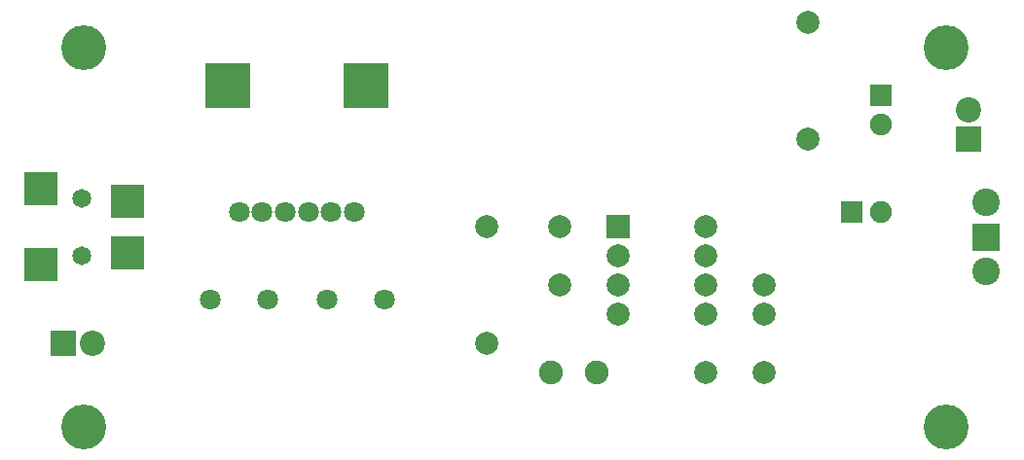
<source format=gbs>
G04 #@! TF.FileFunction,Soldermask,Bot*
%FSLAX46Y46*%
G04 Gerber Fmt 4.6, Leading zero omitted, Abs format (unit mm)*
G04 Created by KiCad (PCBNEW 4.0.6) date Mon Jul 17 13:21:17 2017*
%MOMM*%
%LPD*%
G01*
G04 APERTURE LIST*
%ADD10C,0.100000*%
%ADD11C,3.900000*%
%ADD12C,2.000000*%
%ADD13C,1.800000*%
%ADD14C,1.900000*%
%ADD15R,1.900000X1.900000*%
%ADD16R,2.200000X2.200000*%
%ADD17C,2.200000*%
%ADD18R,2.900000X2.900000*%
%ADD19C,1.650000*%
%ADD20C,2.076400*%
%ADD21R,2.400000X2.400000*%
%ADD22C,2.400000*%
%ADD23R,2.000000X2.000000*%
%ADD24R,3.900000X3.900000*%
G04 APERTURE END LIST*
D10*
D11*
X136500000Y-86000000D03*
X61500000Y-119000000D03*
X136500000Y-119000000D03*
D12*
X102870000Y-106680000D03*
X102870000Y-101600000D03*
X120650000Y-109220000D03*
X120650000Y-106680000D03*
X115570000Y-114300000D03*
X120650000Y-114300000D03*
D13*
X87630000Y-107950000D03*
X82630000Y-107950000D03*
X77470000Y-107950000D03*
X72470000Y-107950000D03*
D14*
X130810000Y-100330000D03*
D15*
X128270000Y-100330000D03*
D14*
X130810000Y-92710000D03*
D15*
X130810000Y-90170000D03*
D16*
X59690000Y-111760000D03*
D17*
X62230000Y-111760000D03*
D18*
X65285000Y-99350000D03*
X65285000Y-103850000D03*
D19*
X61285000Y-99100000D03*
X61285000Y-104100000D03*
D18*
X57785000Y-104900000D03*
X57785000Y-98300000D03*
D16*
X138430000Y-93980000D03*
D17*
X138430000Y-91440000D03*
D20*
X102141020Y-114300000D03*
X106138980Y-114300000D03*
D12*
X96520000Y-111760000D03*
X96520000Y-101600000D03*
X124460000Y-93980000D03*
X124460000Y-83820000D03*
D21*
X140000000Y-102500000D03*
D22*
X140000000Y-105500000D03*
X140000000Y-99500000D03*
D23*
X107950000Y-101600000D03*
D12*
X107950000Y-104140000D03*
X107950000Y-106680000D03*
X107950000Y-109220000D03*
X115570000Y-109220000D03*
X115570000Y-106680000D03*
X115570000Y-104140000D03*
X115570000Y-101600000D03*
D24*
X74010000Y-89330000D03*
D13*
X81010000Y-100330000D03*
X79010000Y-100330000D03*
X83010000Y-100330000D03*
X77010000Y-100330000D03*
X75010000Y-100330000D03*
X85010000Y-100330000D03*
D24*
X86010000Y-89330000D03*
D11*
X61500000Y-86000000D03*
M02*

</source>
